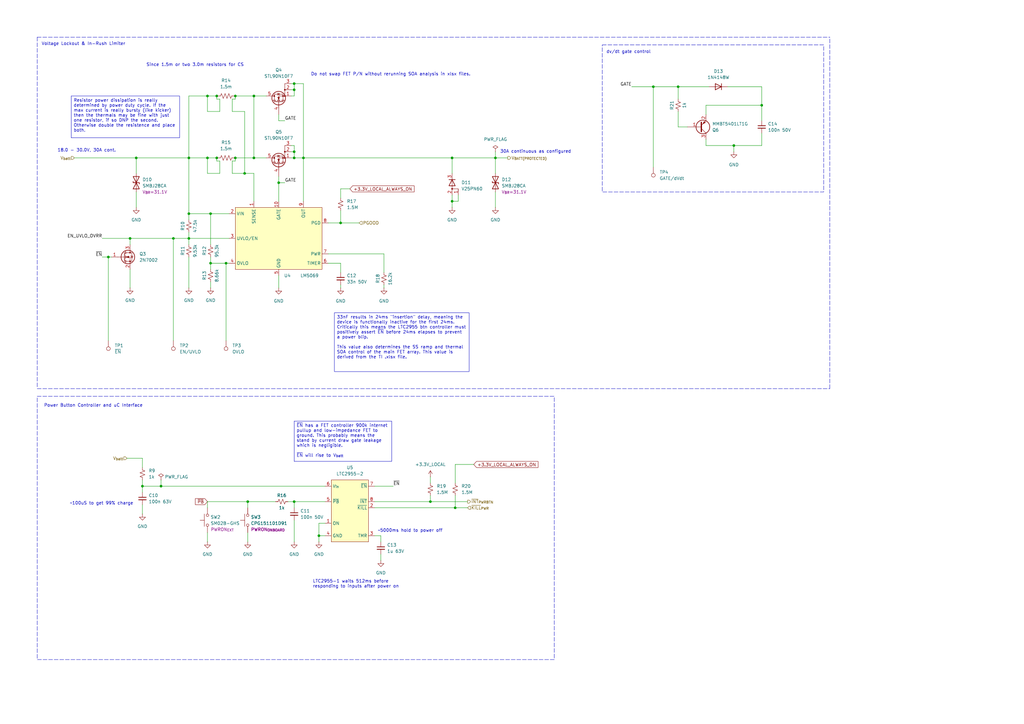
<source format=kicad_sch>
(kicad_sch (version 20231120) (generator "eeschema") (generator_version "8.0")
  (paper "A3")
  (title_block (title "Power Board") (date "2025-01-20") (rev "1.1") (company "SSL A-Team") (comment 1 "Will Stuckey"))
  (lib_symbols
    (symbol "AT-PowerIC:LM5069"
      (property "Reference" "U" (at -16.51 -14.224 0))
      (property "Value" "LM5069" (at 0 0 0))
      (symbol "LM5069_1_1"
        (rectangle (start -17.78 12.7) (end 17.78 -12.7) (fill (type background)))
        (pin input line (at -10.16 15.24 270) (length 2.54) (name "SENSE") (number "1"))
        (pin output line (at 0 15.24 270) (length 2.54) (name "GATE") (number "10"))
        (pin power_in line (at -20.32 10.16 0) (length 2.54) (name "VIN") (number "2"))
        (pin input line (at -20.32 0 0) (length 2.54) (name "UVLO/EN") (number "3"))
        (pin input line (at -20.32 -10.16 0) (length 2.54) (name "OVLO") (number "4"))
        (pin power_in line (at 0 -15.24 90) (length 2.54) (name "GND") (number "5"))
        (pin bidirectional line (at 20.32 -10.16 180) (length 2.54) (name "TIMER") (number "6"))
        (pin bidirectional line (at 20.32 -6.35 180) (length 2.54) (name "PWR") (number "7"))
        (pin open_collector line (at 20.32 6.35 180) (length 2.54) (name "PGD") (number "8"))
        (pin input line (at 10.16 15.24 270) (length 2.54) (name "OUT") (number "9"))
      )
    )
    (symbol "AT-PowerIC:LTC2955-2"
      (property "Reference" "U" (at 0 -13.97 0))
      (property "Value" "LTC2955-2" (at 0 13.97 0))
      (symbol "LTC2955-2_1_1"
        (rectangle (start -7.62 12.7) (end 7.62 -12.7) (fill (type background)))
        (pin input line (at -10.16 -5.08 0) (length 2.54) (name "ON") (number "1"))
        (pin input line (at 10.16 1.27 180) (length 2.54) (name "~{KILL}") (number "2"))
        (pin bidirectional line (at 10.16 -10.16 180) (length 2.54) (name "TMR") (number "3"))
        (pin power_in line (at -10.16 -10.16 0) (length 2.54) (name "GND") (number "4"))
        (pin input line (at -10.16 3.81 0) (length 2.54) (name "~{PB}") (number "5"))
        (pin power_in line (at -10.16 10.16 0) (length 2.54) (name "V_{in}") (number "6"))
        (pin power_out line (at 10.16 10.16 180) (length 2.54) (name "~{EN}") (number "7"))
        (pin output line (at 10.16 3.81 180) (length 2.54) (name "~{INT}") (number "8"))
      )
    )
    (symbol "AT-Transistors:Q_NMOS_SGD_PowerPAK" (pin_names (offset 0) hide)
      (property "Reference" "Q" (at 5.08 1.27 0))
      (property "Value" "Q_NMOS_SGD_PowerPAK" (at 5.08 -1.27 0))
      (symbol "Q_NMOS_SGD_PowerPAK_0_1"
        (polyline (pts (xy 0.254 0) (xy -2.54 0)))
        (polyline (pts (xy 0.254 1.905) (xy 0.254 -1.905)) (stroke (width 0.254)))
        (polyline (pts (xy 0.762 -1.27) (xy 0.762 -2.286)) (stroke (width 0.254)))
        (polyline (pts (xy 0.762 0.508) (xy 0.762 -0.508)) (stroke (width 0.254)))
        (polyline (pts (xy 0.762 2.286) (xy 0.762 1.27)) (stroke (width 0.254)))
        (polyline (pts (xy 2.54 2.54) (xy 2.54 1.778)))
        (polyline (pts (xy 7.62 -2.54) (xy 5.08 -2.54)) (stroke (width 0.1524)))
        (polyline (pts (xy 2.54 -2.54) (xy 2.54 0) (xy 0.762 0)))
        (polyline (pts (xy 5.08 -2.54) (xy 2.54 -2.54) (xy 3.81 -2.54)) (stroke (width 0.1524)))
        (polyline (pts (xy 0.762 -1.778) (xy 3.302 -1.778) (xy 3.302 1.778) (xy 0.762 1.778)))
        (polyline (pts (xy 1.016 0) (xy 2.032 0.381) (xy 2.032 -0.381) (xy 1.016 0)) (fill (type outline)))
        (polyline (pts (xy 2.794 0.508) (xy 2.921 0.381) (xy 3.683 0.381) (xy 3.81 0.254)))
        (polyline (pts (xy 3.302 0.381) (xy 2.921 -0.254) (xy 3.683 -0.254) (xy 3.302 0.381)))
        (circle (center 1.651 0) (radius 2.794) (stroke (width 0.254)))
        (circle (center 2.54 -2.54) (radius 0.254) (fill (type outline)))
        (circle (center 2.54 -1.778) (radius 0.254) (fill (type outline)))
        (circle (center 2.54 1.778) (radius 0.254) (fill (type outline)))
        (circle (center 5.08 -2.54) (radius 0.254) (fill (type outline)))
      )
      (symbol "Q_NMOS_SGD_PowerPAK_1_1"
        (pin passive line (at 2.54 -5.08 90) (length 2.54) (name "S") (number "1"))
        (pin passive line (at 5.08 -5.08 90) (length 2.54) (name "S") (number "2"))
        (pin passive line (at 7.62 -5.08 90) (length 2.54) (name "S") (number "3"))
        (pin input line (at -5.08 0 0) (length 5.08) (name "G") (number "4"))
        (pin passive line (at 2.54 5.08 270) (length 2.54) (name "D") (number "5"))
      )
    )
    (symbol "Connector:TestPoint" (pin_numbers hide) (pin_names (offset 0.762) hide)
      (property "Reference" "TP" (at 0 6.858 0))
      (property "Value" "TestPoint" (at 0 5.08 0))
      (symbol "TestPoint_0_1"
        (circle (center 0 3.302) (radius 0.762))
      )
      (symbol "TestPoint_1_1"
        (pin passive line (at 0 0 90) (length 2.54) (name "1") (number "1"))
      )
    )
    (symbol "Device:C_Small" (pin_numbers hide) (pin_names (offset 0.254) hide)
      (property "Reference" "C" (at 0.254 1.778 0))
      (property "Value" "C_Small" (at 0.254 -2.032 0))
      (symbol "C_Small_0_1"
        (polyline (pts (xy -1.524 -0.508) (xy 1.524 -0.508)) (stroke (width 0.3302)))
        (polyline (pts (xy -1.524 0.508) (xy 1.524 0.508)) (stroke (width 0.3048)))
      )
      (symbol "C_Small_1_1"
        (pin passive line (at 0 2.54 270) (length 2.032) (name "~") (number "1"))
        (pin passive line (at 0 -2.54 90) (length 2.032) (name "~") (number "2"))
      )
    )
    (symbol "Device:D_AAK" (pin_names (offset 0) hide)
      (property "Reference" "D" (at 0 2.54 0))
      (property "Value" "D_AAK" (at 0 -2.54 0))
      (symbol "D_AAK_0_1"
        (polyline (pts (xy -1.27 1.27) (xy -1.27 -1.27)) (stroke (width 0.254)))
        (polyline (pts (xy 1.27 1.27) (xy 1.27 -1.27) (xy -1.27 0) (xy 1.27 1.27)) (stroke (width 0.254)))
        (polyline (pts (xy 3.81 2.54) (xy 2.54 2.54) (xy 2.54 0) (xy -1.27 0)))
        (circle (center 2.54 0) (radius 0.254) (fill (type outline)))
      )
      (symbol "D_AAK_1_1"
        (pin passive line (at 5.08 2.54 180) (length 2.54) (name "A") (number "1"))
        (pin passive line (at 5.08 0 180) (length 2.54) (name "A") (number "2"))
        (pin passive line (at -3.81 0 0) (length 2.54) (name "K") (number "3"))
      )
    )
    (symbol "Device:D_TVS" (pin_numbers hide) (pin_names (offset 1.016) hide)
      (property "Reference" "D" (at 0 2.54 0))
      (property "Value" "D_TVS" (at 0 -2.54 0))
      (symbol "D_TVS_0_1"
        (polyline (pts (xy 1.27 0) (xy -1.27 0)))
        (polyline (pts (xy 0.508 1.27) (xy 0 1.27) (xy 0 -1.27) (xy -0.508 -1.27)) (stroke (width 0.254)))
        (polyline (pts (xy -2.54 1.27) (xy -2.54 -1.27) (xy 2.54 1.27) (xy 2.54 -1.27) (xy -2.54 1.27)) (stroke (width 0.254)))
      )
      (symbol "D_TVS_1_1"
        (pin passive line (at -3.81 0 0) (length 2.54) (name "A1") (number "1"))
        (pin passive line (at 3.81 0 180) (length 2.54) (name "A2") (number "2"))
      )
    )
    (symbol "Device:Q_PNP_BEC" (pin_names (offset 0) hide)
      (property "Reference" "Q" (at 5.08 1.27 0))
      (property "Value" "Q_PNP_BEC" (at 5.08 -1.27 0))
      (symbol "Q_PNP_BEC_0_1"
        (polyline (pts (xy 0.635 0.635) (xy 2.54 2.54)))
        (polyline (pts (xy 0.635 -0.635) (xy 2.54 -2.54) (xy 2.54 -2.54)))
        (polyline (pts (xy 0.635 1.905) (xy 0.635 -1.905) (xy 0.635 -1.905)) (stroke (width 0.508)))
        (polyline (pts (xy 2.286 -1.778) (xy 1.778 -2.286) (xy 1.27 -1.27) (xy 2.286 -1.778) (xy 2.286 -1.778)) (fill (type outline)))
        (circle (center 1.27 0) (radius 2.8194) (stroke (width 0.254)))
      )
      (symbol "Q_PNP_BEC_1_1"
        (pin input line (at -5.08 0 0) (length 5.715) (name "B") (number "1"))
        (pin passive line (at 2.54 -5.08 90) (length 2.54) (name "E") (number "2"))
        (pin passive line (at 2.54 5.08 270) (length 2.54) (name "C") (number "3"))
      )
    )
    (symbol "Device:R_Small_US" (pin_numbers hide) (pin_names (offset 0.254) hide)
      (property "Reference" "R" (at 0.762 0.508 0))
      (property "Value" "R_Small_US" (at 0.762 -1.016 0))
      (symbol "R_Small_US_1_1"
        (polyline (pts (xy 0 0) (xy 1.016 -0.381) (xy 0 -0.762) (xy -1.016 -1.143) (xy 0 -1.524)))
        (polyline (pts (xy 0 1.524) (xy 1.016 1.143) (xy 0 0.762) (xy -1.016 0.381) (xy 0 0)))
        (pin passive line (at 0 2.54 270) (length 1.016) (name "~") (number "1"))
        (pin passive line (at 0 -2.54 90) (length 1.016) (name "~") (number "2"))
      )
    )
    (symbol "Device:R_US" (pin_numbers hide) (pin_names (offset 0))
      (property "Reference" "R" (at 2.54 0 90))
      (property "Value" "R_US" (at -2.54 0 90))
      (symbol "R_US_0_1"
        (polyline (pts (xy 0 -2.286) (xy 0 -2.54)))
        (polyline (pts (xy 0 2.286) (xy 0 2.54)))
        (polyline (pts (xy 0 -0.762) (xy 1.016 -1.143) (xy 0 -1.524) (xy -1.016 -1.905) (xy 0 -2.286)))
        (polyline (pts (xy 0 0.762) (xy 1.016 0.381) (xy 0 0) (xy -1.016 -0.381) (xy 0 -0.762)))
        (polyline (pts (xy 0 2.286) (xy 1.016 1.905) (xy 0 1.524) (xy -1.016 1.143) (xy 0 0.762)))
      )
      (symbol "R_US_1_1"
        (pin passive line (at 0 3.81 270) (length 1.27) (name "~") (number "1"))
        (pin passive line (at 0 -3.81 90) (length 1.27) (name "~") (number "2"))
      )
    )
    (symbol "Diode:1N4148W" (pin_numbers hide) (pin_names hide)
      (property "Reference" "D" (at 0 2.54 0))
      (property "Value" "1N4148W" (at 0 -2.54 0))
      (symbol "1N4148W_0_1"
        (polyline (pts (xy -1.27 1.27) (xy -1.27 -1.27)) (stroke (width 0.254)))
        (polyline (pts (xy 1.27 0) (xy -1.27 0)))
        (polyline (pts (xy 1.27 1.27) (xy 1.27 -1.27) (xy -1.27 0) (xy 1.27 1.27)) (stroke (width 0.254)))
      )
      (symbol "1N4148W_1_1"
        (pin passive line (at -3.81 0 0) (length 2.54) (name "K") (number "1"))
        (pin passive line (at 3.81 0 180) (length 2.54) (name "A") (number "2"))
      )
    )
    (symbol "Switch:SW_Push" (pin_numbers hide) (pin_names (offset 1.016) hide)
      (property "Reference" "SW" (at 1.27 2.54 0))
      (property "Value" "SW_Push" (at 0 -1.524 0))
      (symbol "SW_Push_0_1"
        (circle (center -2.032 0) (radius 0.508))
        (polyline (pts (xy 0 1.27) (xy 0 3.048)))
        (polyline (pts (xy 2.54 1.27) (xy -2.54 1.27)))
        (circle (center 2.032 0) (radius 0.508))
        (pin passive line (at -5.08 0 0) (length 2.54) (name "1") (number "1"))
        (pin passive line (at 5.08 0 180) (length 2.54) (name "2") (number "2"))
      )
    )
    (symbol "Transistor_FET:2N7002" (pin_names hide)
      (property "Reference" "Q" (at 5.08 1.905 0))
      (property "Value" "2N7002" (at 5.08 0 0))
      (symbol "2N7002_0_1"
        (polyline (pts (xy 0.254 0) (xy -2.54 0)))
        (polyline (pts (xy 0.254 1.905) (xy 0.254 -1.905)) (stroke (width 0.254)))
        (polyline (pts (xy 0.762 -1.27) (xy 0.762 -2.286)) (stroke (width 0.254)))
        (polyline (pts (xy 0.762 0.508) (xy 0.762 -0.508)) (stroke (width 0.254)))
        (polyline (pts (xy 0.762 2.286) (xy 0.762 1.27)) (stroke (width 0.254)))
        (polyline (pts (xy 2.54 2.54) (xy 2.54 1.778)))
        (polyline (pts (xy 2.54 -2.54) (xy 2.54 0) (xy 0.762 0)))
        (polyline (pts (xy 0.762 -1.778) (xy 3.302 -1.778) (xy 3.302 1.778) (xy 0.762 1.778)))
        (polyline (pts (xy 1.016 0) (xy 2.032 0.381) (xy 2.032 -0.381) (xy 1.016 0)) (fill (type outline)))
        (polyline (pts (xy 2.794 0.508) (xy 2.921 0.381) (xy 3.683 0.381) (xy 3.81 0.254)))
        (polyline (pts (xy 3.302 0.381) (xy 2.921 -0.254) (xy 3.683 -0.254) (xy 3.302 0.381)))
        (circle (center 1.651 0) (radius 2.794) (stroke (width 0.254)))
        (circle (center 2.54 -1.778) (radius 0.254) (fill (type outline)))
        (circle (center 2.54 1.778) (radius 0.254) (fill (type outline)))
      )
      (symbol "2N7002_1_1"
        (pin input line (at -5.08 0 0) (length 2.54) (name "G") (number "1"))
        (pin passive line (at 2.54 -5.08 90) (length 2.54) (name "S") (number "2"))
        (pin passive line (at 2.54 5.08 270) (length 2.54) (name "D") (number "3"))
      )
    )
    (symbol "power:+3.3V" (power) (pin_numbers hide) (pin_names (offset 0) hide)
      (property "Value" "+3.3V" (at 0 3.556 0))
      (symbol "+3.3V_0_1"
        (polyline (pts (xy -0.762 1.27) (xy 0 2.54)))
        (polyline (pts (xy 0 0) (xy 0 2.54)))
        (polyline (pts (xy 0 2.54) (xy 0.762 1.27)))
      )
      (symbol "+3.3V_1_1"
        (pin power_in line (at 0 0 90) (length 0) (name "~") (number "1"))
      )
    )
    (symbol "power:GND" (power) (pin_numbers hide) (pin_names (offset 0) hide)
      (property "Value" "GND" (at 0 -3.81 0))
      (symbol "GND_0_1"
        (polyline (pts (xy 0 0) (xy 0 -1.27) (xy 1.27 -1.27) (xy 0 -2.54) (xy -1.27 -1.27) (xy 0 -1.27)))
      )
      (symbol "GND_1_1"
        (pin power_in line (at 0 0 270) (length 0) (name "~") (number "1"))
      )
    )
    (symbol "power:PWR_FLAG" (power) (pin_numbers hide) (pin_names (offset 0) hide)
      (property "Value" "PWR_FLAG" (at 0 3.81 0))
      (symbol "PWR_FLAG_0_0"
        (pin power_out line (at 0 0 90) (length 0) (name "pwr") (number "1"))
      )
      (symbol "PWR_FLAG_0_1"
        (polyline (pts (xy 0 0) (xy 0 1.27) (xy -1.016 1.905) (xy 0 2.54) (xy 1.016 1.905) (xy 0 1.27)))
      )
    )
  )
  (junction (at 120.65 64.77))
  (junction (at 100.33 71.12))
  (junction (at 85.09 39.37))
  (junction (at 120.65 36.83))
  (junction (at 66.04 199.39))
  (junction (at 267.97 35.56))
  (junction (at 86.36 107.95))
  (junction (at 101.6 205.74))
  (junction (at 104.14 39.37))
  (junction (at 55.88 64.77))
  (junction (at 85.09 64.77))
  (junction (at 203.2 64.77))
  (junction (at 312.42 43.18))
  (junction (at 58.42 199.39))
  (junction (at 176.53 205.74))
  (junction (at 300.99 59.69))
  (junction (at 130.81 219.71))
  (junction (at 44.45 105.41))
  (junction (at 96.52 64.77))
  (junction (at 88.9 39.37))
  (junction (at 77.47 64.77))
  (junction (at 104.14 64.77))
  (junction (at 114.3 74.93))
  (junction (at 96.52 39.37))
  (junction (at 120.65 62.23))
  (junction (at 120.65 34.29))
  (junction (at 120.65 205.74))
  (junction (at 71.12 97.79))
  (junction (at 278.13 35.56))
  (junction (at 92.71 107.95))
  (junction (at 77.47 87.63))
  (junction (at 185.42 82.55))
  (junction (at 139.7 91.44))
  (junction (at 88.9 64.77))
  (junction (at 77.47 97.79))
  (junction (at 86.36 87.63))
  (junction (at 185.42 64.77))
  (junction (at 124.46 64.77))
  (junction (at 186.69 208.28))
  (junction (at 53.34 97.79))
  (wire (pts (xy 85.09 205.74) (xy 101.6 205.74)))
  (wire (pts (xy 191.77 208.28) (xy 186.69 208.28)))
  (wire (pts (xy 157.48 104.14) (xy 134.62 104.14)))
  (wire (pts (xy 44.45 105.41) (xy 44.45 139.7)))
  (wire (pts (xy 85.09 39.37) (xy 88.9 39.37)))
  (wire (pts (xy 120.65 62.23) (xy 120.65 64.77)))
  (wire (pts (xy 114.3 74.93) (xy 116.84 74.93)))
  (wire (pts (xy 134.62 107.95) (xy 139.7 107.95)))
  (wire (pts (xy 259.08 35.56) (xy 267.97 35.56)))
  (wire (pts (xy 90.17 71.12) (xy 85.09 71.12)))
  (wire (pts (xy 312.42 35.56) (xy 312.42 43.18)))
  (wire (pts (xy 114.3 113.03) (xy 114.3 118.11)))
  (wire (pts (xy 118.11 205.74) (xy 120.65 205.74)))
  (wire (pts (xy 119.38 34.29) (xy 120.65 34.29)))
  (wire (pts (xy 185.42 80.01) (xy 185.42 82.55)))
  (wire (pts (xy 95.25 66.04) (xy 95.25 71.12)))
  (wire (pts (xy 130.81 219.71) (xy 130.81 214.63)))
  (wire (pts (xy 96.52 64.77) (xy 104.14 64.77)))
  (wire (pts (xy 101.6 218.44) (xy 101.6 222.25)))
  (wire (pts (xy 267.97 35.56) (xy 278.13 35.56)))
  (wire (pts (xy 139.7 86.36) (xy 139.7 91.44)))
  (wire (pts (xy 120.65 205.74) (xy 120.65 208.28)))
  (wire (pts (xy 55.88 64.77) (xy 55.88 71.12)))
  (wire (pts (xy 278.13 35.56) (xy 290.83 35.56)))
  (wire (pts (xy 95.25 40.64) (xy 95.25 45.72)))
  (wire (pts (xy 77.47 97.79) (xy 93.98 97.79)))
  (wire (pts (xy 176.53 203.2) (xy 176.53 205.74)))
  (wire (pts (xy 77.47 87.63) (xy 86.36 87.63)))
  (wire (pts (xy 130.81 222.25) (xy 130.81 219.71)))
  (wire (pts (xy 104.14 39.37) (xy 109.22 39.37)))
  (wire (pts (xy 86.36 115.57) (xy 86.36 118.11)))
  (wire (pts (xy 300.99 59.69) (xy 289.56 59.69)))
  (wire (pts (xy 278.13 45.72) (xy 278.13 52.07)))
  (wire (pts (xy 77.47 105.41) (xy 77.47 118.11)))
  (wire (pts (xy 120.65 34.29) (xy 124.46 34.29)))
  (wire (pts (xy 298.45 35.56) (xy 312.42 35.56)))
  (wire (pts (xy 58.42 207.01) (xy 58.42 210.82)))
  (wire (pts (xy 95.25 66.04) (xy 96.52 66.04)))
  (wire (pts (xy 90.17 66.04) (xy 88.9 66.04)))
  (wire (pts (xy 96.52 64.77) (xy 96.52 66.04)))
  (wire (pts (xy 58.42 196.85) (xy 58.42 199.39)))
  (wire (pts (xy 85.09 205.74) (xy 85.09 208.28)))
  (wire (pts (xy 77.47 39.37) (xy 77.47 64.77)))
  (wire (pts (xy 85.09 218.44) (xy 85.09 222.25)))
  (wire (pts (xy 114.3 46.99) (xy 114.3 49.53)))
  (wire (pts (xy 120.65 36.83) (xy 120.65 39.37)))
  (wire (pts (xy 119.38 36.83) (xy 120.65 36.83)))
  (wire (pts (xy 55.88 64.77) (xy 77.47 64.77)))
  (wire (pts (xy 90.17 40.64) (xy 88.9 40.64)))
  (wire (pts (xy 157.48 111.76) (xy 157.48 104.14)))
  (wire (pts (xy 114.3 72.39) (xy 114.3 74.93)))
  (wire (pts (xy 77.47 64.77) (xy 85.09 64.77)))
  (wire (pts (xy 90.17 66.04) (xy 90.17 71.12)))
  (wire (pts (xy 58.42 187.96) (xy 58.42 191.77)))
  (wire (pts (xy 71.12 97.79) (xy 71.12 139.7)))
  (wire (pts (xy 114.3 74.93) (xy 114.3 82.55)))
  (wire (pts (xy 86.36 107.95) (xy 92.71 107.95)))
  (wire (pts (xy 85.09 39.37) (xy 77.47 39.37)))
  (wire (pts (xy 86.36 107.95) (xy 86.36 110.49)))
  (wire (pts (xy 153.67 208.28) (xy 186.69 208.28)))
  (wire (pts (xy 30.48 64.77) (xy 55.88 64.77)))
  (wire (pts (xy 124.46 34.29) (xy 124.46 64.77)))
  (wire (pts (xy 101.6 205.74) (xy 113.03 205.74)))
  (wire (pts (xy 130.81 214.63) (xy 133.35 214.63)))
  (wire (pts (xy 139.7 77.47) (xy 143.51 77.47)))
  (wire (pts (xy 203.2 78.74) (xy 203.2 85.09)))
  (wire (pts (xy 90.17 45.72) (xy 85.09 45.72)))
  (wire (pts (xy 55.88 78.74) (xy 55.88 85.09)))
  (wire (pts (xy 100.33 71.12) (xy 104.14 71.12)))
  (wire (pts (xy 92.71 107.95) (xy 93.98 107.95)))
  (wire (pts (xy 289.56 59.69) (xy 289.56 57.15)))
  (polyline (pts (xy 15.24 15.24) (xy 15.24 158.75)) (stroke (width 0) (type dash)))
  (wire (pts (xy 203.2 62.23) (xy 203.2 64.77)))
  (polyline (pts (xy 15.24 15.24) (xy 340.36 15.24)) (stroke (width 0) (type dash)))
  (wire (pts (xy 52.07 187.96) (xy 58.42 187.96)))
  (wire (pts (xy 88.9 39.37) (xy 88.9 40.64)))
  (wire (pts (xy 186.69 190.5) (xy 186.69 198.12)))
  (wire (pts (xy 156.21 219.71) (xy 153.67 219.71)))
  (wire (pts (xy 104.14 64.77) (xy 109.22 64.77)))
  (wire (pts (xy 267.97 35.56) (xy 267.97 68.58)))
  (wire (pts (xy 312.42 54.61) (xy 312.42 59.69)))
  (polyline (pts (xy 340.36 159.385) (xy 340.36 15.24)) (stroke (width 0) (type dash)))
  (wire (pts (xy 88.9 66.04) (xy 88.9 64.77)))
  (wire (pts (xy 120.65 205.74) (xy 133.35 205.74)))
  (wire (pts (xy 41.91 105.41) (xy 44.45 105.41)))
  (wire (pts (xy 77.47 87.63) (xy 77.47 64.77)))
  (wire (pts (xy 289.56 46.99) (xy 289.56 43.18)))
  (wire (pts (xy 96.52 39.37) (xy 96.52 40.64)))
  (wire (pts (xy 157.48 116.84) (xy 157.48 118.11)))
  (wire (pts (xy 85.09 45.72) (xy 85.09 39.37)))
  (wire (pts (xy 139.7 107.95) (xy 139.7 111.76)))
  (wire (pts (xy 104.14 39.37) (xy 104.14 64.77)))
  (wire (pts (xy 86.36 87.63) (xy 86.36 100.33)))
  (wire (pts (xy 85.09 64.77) (xy 88.9 64.77)))
  (wire (pts (xy 53.34 97.79) (xy 53.34 100.33)))
  (wire (pts (xy 120.65 213.36) (xy 120.65 222.25)))
  (wire (pts (xy 41.91 97.79) (xy 53.34 97.79)))
  (wire (pts (xy 203.2 64.77) (xy 203.2 71.12)))
  (wire (pts (xy 100.33 45.72) (xy 100.33 71.12)))
  (wire (pts (xy 120.65 64.77) (xy 124.46 64.77)))
  (wire (pts (xy 139.7 116.84) (xy 139.7 118.11)))
  (wire (pts (xy 278.13 52.07) (xy 281.94 52.07)))
  (wire (pts (xy 289.56 43.18) (xy 312.42 43.18)))
  (wire (pts (xy 53.34 97.79) (xy 71.12 97.79)))
  (wire (pts (xy 186.69 203.2) (xy 186.69 208.28)))
  (wire (pts (xy 71.12 97.79) (xy 77.47 97.79)))
  (wire (pts (xy 156.21 222.25) (xy 156.21 219.71)))
  (wire (pts (xy 77.47 97.79) (xy 77.47 100.33)))
  (wire (pts (xy 120.65 59.69) (xy 120.65 62.23)))
  (wire (pts (xy 139.7 91.44) (xy 147.32 91.44)))
  (wire (pts (xy 203.2 64.77) (xy 208.28 64.77)))
  (polyline (pts (xy 15.24 159.385) (xy 340.36 159.385)) (stroke (width 0) (type dash)))
  (wire (pts (xy 153.67 205.74) (xy 176.53 205.74)))
  (wire (pts (xy 92.71 107.95) (xy 92.71 139.7)))
  (wire (pts (xy 124.46 64.77) (xy 124.46 82.55)))
  (wire (pts (xy 185.42 64.77) (xy 185.42 71.12)))
  (wire (pts (xy 44.45 105.41) (xy 45.72 105.41)))
  (wire (pts (xy 300.99 59.69) (xy 300.99 62.23)))
  (wire (pts (xy 186.69 190.5) (xy 194.31 190.5)))
  (wire (pts (xy 58.42 199.39) (xy 58.42 201.93)))
  (wire (pts (xy 95.25 71.12) (xy 100.33 71.12)))
  (wire (pts (xy 119.38 59.69) (xy 120.65 59.69)))
  (wire (pts (xy 176.53 205.74) (xy 191.77 205.74)))
  (wire (pts (xy 77.47 95.25) (xy 77.47 97.79)))
  (wire (pts (xy 134.62 91.44) (xy 139.7 91.44)))
  (wire (pts (xy 85.09 71.12) (xy 85.09 64.77)))
  (wire (pts (xy 86.36 87.63) (xy 93.98 87.63)))
  (wire (pts (xy 53.34 110.49) (xy 53.34 118.11)))
  (wire (pts (xy 95.25 40.64) (xy 96.52 40.64)))
  (wire (pts (xy 66.04 199.39) (xy 133.35 199.39)))
  (wire (pts (xy 156.21 227.33) (xy 156.21 229.87)))
  (wire (pts (xy 104.14 71.12) (xy 104.14 82.55)))
  (wire (pts (xy 119.38 64.77) (xy 120.65 64.77)))
  (wire (pts (xy 120.65 34.29) (xy 120.65 36.83)))
  (wire (pts (xy 139.7 77.47) (xy 139.7 81.28)))
  (wire (pts (xy 153.67 199.39) (xy 161.29 199.39)))
  (wire (pts (xy 300.99 59.69) (xy 312.42 59.69)))
  (wire (pts (xy 119.38 62.23) (xy 120.65 62.23)))
  (wire (pts (xy 130.81 219.71) (xy 133.35 219.71)))
  (wire (pts (xy 101.6 205.74) (xy 101.6 208.28)))
  (wire (pts (xy 119.38 39.37) (xy 120.65 39.37)))
  (wire (pts (xy 114.3 49.53) (xy 116.84 49.53)))
  (wire (pts (xy 187.96 80.01) (xy 187.96 82.55)))
  (wire (pts (xy 185.42 64.77) (xy 203.2 64.77)))
  (wire (pts (xy 96.52 39.37) (xy 104.14 39.37)))
  (wire (pts (xy 312.42 43.18) (xy 312.42 49.53)))
  (wire (pts (xy 58.42 199.39) (xy 66.04 199.39)))
  (wire (pts (xy 124.46 64.77) (xy 185.42 64.77)))
  (wire (pts (xy 95.25 45.72) (xy 100.33 45.72)))
  (wire (pts (xy 176.53 195.58) (xy 176.53 198.12)))
  (wire (pts (xy 86.36 105.41) (xy 86.36 107.95)))
  (wire (pts (xy 185.42 82.55) (xy 185.42 85.09)))
  (wire (pts (xy 90.17 40.64) (xy 90.17 45.72)))
  (wire (pts (xy 278.13 40.64) (xy 278.13 35.56)))
  (wire (pts (xy 185.42 82.55) (xy 187.96 82.55)))
  (wire (pts (xy 77.47 87.63) (xy 77.47 90.17)))
  (wire (pts (xy 66.04 196.85) (xy 66.04 199.39)))
  (rectangle (start 247.015 18.415) (end 337.82 78.74) (stroke (width 0) (type dash)))
  (rectangle (start 15.24 162.56) (end 227.33 270.51) (stroke (width 0) (type dash)))
  (text_box "~{EN} has a FET controller 900k internet pullup and low-impedance FET to ground. This probably means the stand by current draw gate leakage which is negligible.\n\n~{EN} will rise to V_{batt}" (at 120.65 172.72 0) (size 40.005 16.51) (effects (font (size 1.27 1.27)) (justify left top)))
  (text_box "Resistor power dissipation is really determined by power duty cycle. If the max current is really bursty (like kicker) then the thermals may be fine with just one resistor, if so DNP the second. Otherwise double the resistence and place both." (at 29.21 39.37 0) (size 44.45 17.145) (effects (font (size 1.27 1.27)) (justify left top)))
  (text_box "33nF results in 24ms \"insertion\" delay, meaning the device is functionally inactive for the first 24ms. Critically this means the LTC2955 btn controller must positively assert ~{EN} before 24ms elapses to prevent a power blip.\n\nThis value also determines the SS ramp and thermal SOA control of the main FET array. This value is derived from the TI .xlsx file. " (at 137.16 128.27 0) (size 55.245 24.13) (effects (font (size 1.27 1.27)) (justify left top)))
  (text "18.0 - 30.0V, 30A cont." (at 35.56 61.722 0) (effects (font (size 1.27 1.27))))
  (text "30A continuous as configured" (at 219.71 62.23 0) (effects (font (size 1.27 1.27))))
  (text "Voltage Lockout & In-Rush Limiter" (at 17.018 18.796 0) (effects (font (size 1.27 1.27)) (justify left bottom)))
  (text "Since 1.5m or two 3.0m resistors for CS" (at 80.01 26.67 0) (effects (font (size 1.27 1.27))))
  (text "~5000ms hold to power off\n" (at 154.94 218.44 0) (effects (font (size 1.27 1.27)) (justify left bottom)))
  (text "dv/dt gate control" (at 257.81 21.336 0) (effects (font (size 1.27 1.27))))
  (text "LTC2955-1 waits 512ms before\nresponding to inputs after power on" (at 128.27 241.3 0) (effects (font (size 1.27 1.27)) (justify left bottom)))
  (text "Power Button Controller and uC Interface" (at 18.034 167.132 0) (effects (font (size 1.27 1.27)) (justify left bottom)))
  (text "Do not swap FET P/N without rerunning SOA analysis in xlsx files." (at 127.508 31.242 0) (effects (font (size 1.27 1.27)) (justify left bottom)))
  (text "~100uS to get 99% charge" (at 41.656 206.502 0) (effects (font (size 1.27 1.27))))
  (label "GATE" (at 116.84 49.53 0))
  (label "~{EN}" (at 161.29 199.39 0))
  (label "EN_UVLO_OVRR" (at 41.91 97.79 180))
  (label "GATE" (at 116.84 74.93 0))
  (label "GATE" (at 259.08 35.56 180))
  (label "~{EN}" (at 41.91 105.41 180))
  (global_label "+3.3V_LOCAL_ALWAYS_ON" (shape input) (at 143.51 77.47 0) (property "Intersheetrefs" "${INTERSHEET_REFS}" (effects (hide yes))))
  (global_label "~{PB}" (shape input) (at 85.09 205.74 180) (property "Intersheetrefs" "${INTERSHEET_REFS}" (effects (hide yes))))
  (global_label "+3.3V_LOCAL_ALWAYS_ON" (shape input) (at 194.31 190.5 0) (property "Intersheetrefs" "${INTERSHEET_REFS}" (effects (hide yes))))
  (hierarchical_label "~{KILL}_{PWR}" (shape input) (at 191.77 208.28 0))
  (hierarchical_label "V_{batt}" (shape input) (at 52.07 187.96 180))
  (hierarchical_label "V_{batt}" (shape input) (at 30.48 64.77 180))
  (hierarchical_label "~{INT}_{PWRBTN}" (shape output) (at 191.77 205.74 0))
  (hierarchical_label "V_{BATT(PROTECTED)}" (shape output) (at 208.28 64.77 0))
  (hierarchical_label "PGOOD" (shape input) (at 147.32 91.44 0))
  (symbol (lib_id "Diode:1N4148W") (at 294.64 35.56 180) (unit 1)
    (property "Reference" "D13" (at 294.64 29.21 0))
    (property "Value" "1N4148W" (at 294.64 31.75 0))
    (property "Footprint" "Diode_SMD:D_SOD-123" (effects (hide yes)))
    (property "Datasheet" "https://www.vishay.com/docs/85748/1n4148w.pdf" (effects (hide yes)))
    (property "Description" "75V 0.15A Fast Switching Diode, SOD-123" (effects (hide yes)))
    (property "Sim.Device" "D" (effects (hide yes)))
    (property "Sim.Pins" "1=K 2=A" (effects (hide yes)))
    (property "LCSC" "C83528" (effects (hide yes)))
  )
  (symbol (lib_id "AT-Transistors:Q_NMOS_SGD_PowerPAK") (at 114.3 67.31 90) (unit 1)
    (property "Reference" "Q5" (at 114.3 54.102 90))
    (property "Value" "STL90N10F7" (at 114.3 56.642 90))
    (property "Footprint" "AT-Discrete:PowerFLAT_5x6" (effects (hide yes)))
    (property "LCSC" "C457493" (effects (hide yes)))
  )
  (symbol (lib_id "power:GND") (at 120.65 222.25 0) (unit 1)
    (property "Reference" "#PWR045" (effects (hide yes)))
    (property "Value" "GND" (at 120.65 227.33 0))
  )
  (symbol (lib_id "Switch:SW_Push") (at 101.6 213.36 90) (unit 1)
    (property "Reference" "SW3" (at 102.87 212.09 90) (effects (justify right)))
    (property "Value" "CPG151101D91" (at 102.87 214.63 90) (effects (justify right)))
    (property "Footprint" "Button_Switch_SMD:SW_SPST_TL3305A" (effects (hide yes)))
    (property "Value2" "PWRON_{ONBOARD}" (at 102.87 217.17 90) (effects (justify right)))
    (property "LCSC" "C2886902" (effects (hide yes)))
  )
  (symbol (lib_id "power:GND") (at 85.09 222.25 0) (unit 1)
    (property "Reference" "#PWR041" (effects (hide yes)))
    (property "Value" "GND" (at 85.09 227.33 0))
  )
  (symbol (lib_id "power:GND") (at 185.42 85.09 0) (unit 1)
    (property "Reference" "#PWR051" (effects (hide yes)))
    (property "Value" "GND" (at 185.42 90.17 0))
    (property "Description" "Power symbol creates a global label with name \"GND\" , ground" (effects (hide yes)))
  )
  (symbol (lib_id "Device:C_Small") (at 312.42 52.07 0) (unit 1)
    (property "Reference" "C14" (at 314.96 50.8062 0) (effects (justify left)))
    (property "Value" "100n 50V" (at 314.96 53.3462 0) (effects (justify left)))
    (property "Footprint" "Capacitor_SMD:C_0402_1005Metric" (effects (hide yes)))
    (property "LCSC" "C162178" (effects (hide yes)))
  )
  (symbol (lib_id "power:GND") (at 114.3 118.11 0) (unit 1)
    (property "Reference" "#PWR044" (effects (hide yes)))
    (property "Value" "GND" (at 114.3 123.444 0))
  )
  (symbol (lib_id "Device:R_Small_US") (at 186.69 200.66 0) (unit 1)
    (property "Reference" "R20" (at 189.23 199.3899 0) (effects (justify left)))
    (property "Value" "1.5M" (at 189.23 201.9299 0) (effects (justify left)))
    (property "Footprint" "Resistor_SMD:R_0402_1005Metric" (effects (hide yes)))
    (property "LCSC" "C138034" (effects (hide yes)))
  )
  (symbol (lib_id "Device:R_Small_US") (at 115.57 205.74 270) (unit 1)
    (property "Reference" "R16" (at 115.57 203.2 90))
    (property "Value" "1k" (at 115.57 208.28 90))
    (property "Footprint" "Resistor_SMD:R_0402_1005Metric" (effects (hide yes)))
    (property "LCSC" "C11702" (effects (hide yes)))
  )
  (symbol (lib_id "power:GND") (at 77.47 118.11 0) (unit 1)
    (property "Reference" "#PWR040" (effects (hide yes)))
    (property "Value" "GND" (at 77.47 123.19 0))
  )
  (symbol (lib_id "Device:C_Small") (at 120.65 210.82 0) (unit 1)
    (property "Reference" "C11" (at 123.19 209.5562 0) (effects (justify left)))
    (property "Value" "100n 50V" (at 123.19 212.0962 0) (effects (justify left)))
    (property "Footprint" "Capacitor_SMD:C_0402_1005Metric" (effects (hide yes)))
    (property "LCSC" "C162178" (effects (hide yes)))
  )
  (symbol (lib_id "Device:R_Small_US") (at 278.13 43.18 0) (unit 1)
    (property "Reference" "R21" (at 275.59 43.18 90))
    (property "Value" "1k" (at 280.67 43.18 90))
    (property "Footprint" "Resistor_SMD:R_0402_1005Metric" (effects (hide yes)))
    (property "LCSC" "C11702" (effects (hide yes)))
  )
  (symbol (lib_id "power:GND") (at 53.34 118.11 0) (unit 1)
    (property "Reference" "#PWR037" (effects (hide yes)))
    (property "Value" "GND" (at 53.34 123.19 0))
  )
  (symbol (lib_id "Connector:TestPoint") (at 92.71 139.7 180) (unit 1)
    (property "Reference" "TP3" (at 95.25 141.7319 0) (effects (justify right)))
    (property "Value" "OVLO" (at 95.25 144.2719 0) (effects (justify right)))
    (property "Footprint" "TestPoint:TestPoint_Pad_D2.5mm" (effects (hide yes)))
    (property "Description" "test point" (effects (hide yes)))
  )
  (symbol (lib_id "AT-PowerIC:LM5069") (at 114.3 97.79 0) (unit 1)
    (property "Reference" "U4" (at 116.4941 113.03 0) (effects (justify left)))
    (property "Value" "LM5069" (at 123.19 113.03 0) (effects (justify left)))
    (property "Footprint" "Package_SO:VSSOP-10_3x3mm_P0.5mm" (effects (hide yes)))
    (property "LCSC" "C2653582" (effects (hide yes)))
  )
  (symbol (lib_id "power:+3.3V") (at 176.53 195.58 0) (unit 1)
    (property "Reference" "#PWR050" (effects (hide yes)))
    (property "Value" "+3.3V_LOCAL" (at 176.53 190.5 0))
    (property "Description" "Power symbol creates a global label with name \"+3.3V\"" (effects (hide yes)))
  )
  (symbol (lib_id "power:PWR_FLAG") (at 66.04 196.85 0) (unit 1)
    (property "Reference" "#FLG01" (effects (hide yes)))
    (property "Value" "PWR_FLAG" (at 72.39 195.58 0))
  )
  (symbol (lib_id "Device:R_Small_US") (at 77.47 102.87 0) (unit 1)
    (property "Reference" "R11" (at 74.93 102.87 90))
    (property "Value" "9.53k" (at 80.01 102.87 90))
    (property "Footprint" "Resistor_SMD:R_0402_1005Metric" (effects (hide yes)))
    (property "LCSC" "C96273" (effects (hide yes)))
  )
  (symbol (lib_id "Connector:TestPoint") (at 267.97 68.58 180) (unit 1)
    (property "Reference" "TP4" (at 270.51 70.6119 0) (effects (justify right)))
    (property "Value" "GATE/dVdt" (at 270.51 73.1519 0) (effects (justify right)))
    (property "Footprint" "TestPoint:TestPoint_Pad_D2.5mm" (effects (hide yes)))
    (property "Description" "test point" (effects (hide yes)))
  )
  (symbol (lib_id "AT-Transistors:Q_NMOS_SGD_PowerPAK") (at 114.3 41.91 90) (unit 1)
    (property "Reference" "Q4" (at 114.3 28.702 90))
    (property "Value" "STL90N10F7" (at 114.3 31.242 90))
    (property "Footprint" "AT-Discrete:PowerFLAT_5x6" (effects (hide yes)))
    (property "LCSC" "C457493" (effects (hide yes)))
  )
  (symbol (lib_id "power:GND") (at 139.7 118.11 0) (unit 1)
    (property "Reference" "#PWR047" (effects (hide yes)))
    (property "Value" "GND" (at 139.7 123.444 0))
  )
  (symbol (lib_id "Device:R_Small_US") (at 86.36 113.03 0) (unit 1)
    (property "Reference" "R13" (at 83.82 113.03 90))
    (property "Value" "8.66k" (at 88.9 113.03 90))
    (property "Footprint" "Resistor_SMD:R_0402_1005Metric" (effects (hide yes)))
    (property "LCSC" "C270576" (effects (hide yes)))
  )
  (symbol (lib_id "power:GND") (at 58.42 210.82 0) (unit 1)
    (property "Reference" "#PWR039" (effects (hide yes)))
    (property "Value" "GND" (at 58.42 215.9 0))
  )
  (symbol (lib_id "Device:R_Small_US") (at 139.7 83.82 0) (unit 1)
    (property "Reference" "R17" (at 142.24 82.5499 0) (effects (justify left)))
    (property "Value" "1.5M" (at 142.24 85.0899 0) (effects (justify left)))
    (property "Footprint" "Resistor_SMD:R_0402_1005Metric" (effects (hide yes)))
    (property "LCSC" "C138034" (effects (hide yes)))
  )
  (symbol (lib_id "Device:R_Small_US") (at 86.36 102.87 0) (unit 1)
    (property "Reference" "R12" (at 83.82 102.87 90))
    (property "Value" "95.3k" (at 88.9 102.87 90))
    (property "Footprint" "Resistor_SMD:R_0402_1005Metric" (effects (hide yes)))
    (property "LCSC" "C26990" (effects (hide yes)))
  )
  (symbol (lib_id "AT-PowerIC:LTC2955-2") (at 143.51 209.55 0) (unit 1)
    (property "Reference" "U5" (at 143.51 191.77 0))
    (property "Value" "LTC2955-2" (at 143.51 194.31 0))
    (property "Footprint" "Package_TO_SOT_SMD:TSOT-23-8_HandSoldering" (effects (hide yes)))
    (property "Datasheet" "https://www.analog.com/media/en/technical-documentation/data-sheets/2955fa.pdf" (effects (hide yes)))
    (property "Description" "micropower , pushbutton on/off controller, 40V" (effects (hide yes)))
    (property "LCSC" "C683797" (effects (hide yes)))
  )
  (symbol (lib_id "Device:D_AAK") (at 185.42 74.93 270) (unit 1)
    (property "Reference" "D11" (at 189.23 74.8664 90) (effects (justify left)))
    (property "Value" "V25PN60" (at 189.23 77.4064 90) (effects (justify left)))
    (property "Footprint" "Package_TO_SOT_SMD:TO-277A" (effects (hide yes)))
    (property "Description" "Diode, anode on pins 1 and 2" (effects (hide yes)))
    (property "LCSC" "C241918" (effects (hide yes)))
  )
  (symbol (lib_id "Device:R_US") (at 92.71 39.37 90) (unit 1)
    (property "Reference" "R14" (at 92.71 33.02 90))
    (property "Value" "1.5m" (at 92.71 35.56 90))
    (property "Footprint" "Resistor_SMD:R_2512_6332Metric" (effects (hide yes)))
    (property "Datasheet" "WSLF25121L500FEA" (effects (hide yes)))
    (property "Description" "Resistor, US symbol" (effects (hide yes)))
    (property "LCSC" "C500737" (effects (hide yes)))
  )
  (symbol (lib_id "power:GND") (at 101.6 222.25 0) (unit 1)
    (property "Reference" "#PWR043" (effects (hide yes)))
    (property "Value" "GND" (at 101.6 227.33 0))
  )
  (symbol (lib_id "Device:R_US") (at 92.71 64.77 90) (unit 1)
    (property "Reference" "R15" (at 92.71 58.42 90))
    (property "Value" "1.5m" (at 92.71 60.96 90))
    (property "Footprint" "Resistor_SMD:R_2512_6332Metric" (effects (hide yes)))
    (property "Datasheet" "WSLF25121L500FEA" (effects (hide yes)))
    (property "Description" "Resistor, US symbol" (effects (hide yes)))
    (property "LCSC" "C500737" (effects (hide yes)))
  )
  (symbol (lib_id "power:GND") (at 86.36 118.11 0) (unit 1)
    (property "Reference" "#PWR042" (effects (hide yes)))
    (property "Value" "GND" (at 86.36 123.19 0))
  )
  (symbol (lib_id "power:GND") (at 156.21 229.87 0) (unit 1)
    (property "Reference" "#PWR048" (effects (hide yes)))
    (property "Value" "GND" (at 156.21 234.95 0))
  )
  (symbol (lib_id "Device:C_Small") (at 139.7 114.3 0) (unit 1)
    (property "Reference" "C12" (at 142.24 113.0362 0) (effects (justify left)))
    (property "Value" "33n 50V" (at 142.24 115.5762 0) (effects (justify left)))
    (property "Footprint" "Capacitor_SMD:C_0402_1005Metric" (effects (hide yes)))
    (property "LCSC" "C415530" (effects (hide yes)))
  )
  (symbol (lib_id "power:GND") (at 130.81 222.25 0) (unit 1)
    (property "Reference" "#PWR046" (effects (hide yes)))
    (property "Value" "GND" (at 130.81 227.33 0))
  )
  (symbol (lib_id "power:GND") (at 300.99 62.23 0) (unit 1)
    (property "Reference" "#PWR053" (effects (hide yes)))
    (property "Value" "GND" (at 300.99 67.564 0))
  )
  (symbol (lib_id "Device:R_Small_US") (at 157.48 114.3 0) (unit 1)
    (property "Reference" "R18" (at 154.94 114.3 90))
    (property "Value" "16.2k" (at 160.02 114.3 90))
    (property "Footprint" "Resistor_SMD:R_0402_1005Metric" (effects (hide yes)))
    (property "LCSC" "C27176" (effects (hide yes)))
  )
  (symbol (lib_id "Device:R_Small_US") (at 77.47 92.71 0) (unit 1)
    (property "Reference" "R10" (at 74.93 92.71 90))
    (property "Value" "47.5k" (at 80.01 92.71 90))
    (property "Footprint" "Resistor_SMD:R_0402_1005Metric" (effects (hide yes)))
    (property "LCSC" "C25896" (effects (hide yes)))
  )
  (symbol (lib_id "Device:C_Small") (at 156.21 224.79 0) (unit 1)
    (property "Reference" "C13" (at 158.75 223.5262 0) (effects (justify left)))
    (property "Value" "1u 63V" (at 158.75 226.0662 0) (effects (justify left)))
    (property "Footprint" "Capacitor_SMD:C_1206_3216Metric" (effects (hide yes)))
    (property "LCSC" "C1848" (effects (hide yes)))
  )
  (symbol (lib_id "Connector:TestPoint") (at 44.45 139.7 180) (unit 1)
    (property "Reference" "TP1" (at 46.99 141.7319 0) (effects (justify right)))
    (property "Value" "~{EN}" (at 46.99 144.2719 0) (effects (justify right)))
    (property "Footprint" "TestPoint:TestPoint_Pad_D2.5mm" (effects (hide yes)))
    (property "Description" "test point" (effects (hide yes)))
  )
  (symbol (lib_id "Connector:TestPoint") (at 71.12 139.7 180) (unit 1)
    (property "Reference" "TP2" (at 73.66 141.7319 0) (effects (justify right)))
    (property "Value" "EN/UVLO" (at 73.66 144.2719 0) (effects (justify right)))
    (property "Footprint" "TestPoint:TestPoint_Pad_D2.5mm" (effects (hide yes)))
    (property "Description" "test point" (effects (hide yes)))
  )
  (symbol (lib_id "Device:R_Small_US") (at 58.42 194.31 180) (unit 1)
    (property "Reference" "R9" (at 60.96 193.0399 0) (effects (justify right)))
    (property "Value" "1k" (at 60.96 195.5799 0) (effects (justify right)))
    (property "Footprint" "Resistor_SMD:R_0402_1005Metric" (effects (hide yes)))
    (property "LCSC" "C11702" (effects (hide yes)))
  )
  (symbol (lib_id "Device:D_TVS") (at 203.2 74.93 90) (unit 1)
    (property "Reference" "D12" (at 205.74 73.6599 90) (effects (justify right)))
    (property "Value" "SMBJ28CA" (at 205.74 76.2 90) (effects (justify right)))
    (property "Footprint" "AT-Discrete:D_SMB_Non-Polar" (effects (hide yes)))
    (property "V_{BR}" "V_{BR}=31.1V" (at 210.82 78.74 90))
    (property "V_{BR}_min" "V_{BR}_min=28.0" (effects (hide yes)))
    (property "V_{BR}_max" "V_{BR}_max=34.4" (effects (hide yes)))
    (property "LCSC" "C78417" (effects (hide yes)))
  )
  (symbol (lib_id "Transistor_FET:2N7002") (at 50.8 105.41 0) (unit 1)
    (property "Reference" "Q3" (at 57.15 104.1399 0) (effects (justify left)))
    (property "Value" "2N7002" (at 57.15 106.6799 0) (effects (justify left)))
    (property "Footprint" "Package_TO_SOT_SMD:SOT-23" (effects (hide yes)))
    (property "Datasheet" "https://www.onsemi.com/pub/Collateral/NDS7002A-D.PDF" (effects (hide yes)))
    (property "Description" "0.115A Id, 60V Vds, N-Channel MOSFET, SOT-23" (effects (hide yes)))
    (property "LCSC" "C8545" (effects (hide yes)))
  )
  (symbol (lib_id "Device:Q_PNP_BEC") (at 287.02 52.07 0) (mirror x) (unit 1)
    (property "Reference" "Q6" (at 292.1 53.3401 0) (effects (justify left)))
    (property "Value" "MMBT5401LT1G" (at 292.1 50.8001 0) (effects (justify left)))
    (property "Footprint" "Package_TO_SOT_SMD:SOT-23" (effects (hide yes)))
    (property "Description" "PNP transistor, base/emitter/collector" (effects (hide yes)))
    (property "LCSC" "C231274" (effects (hide yes)))
  )
  (symbol (lib_id "power:GND") (at 157.48 118.11 0) (unit 1)
    (property "Reference" "#PWR049" (effects (hide yes)))
    (property "Value" "GND" (at 157.48 123.444 0))
  )
  (symbol (lib_id "Switch:SW_Push") (at 85.09 213.36 90) (unit 1)
    (property "Reference" "SW2" (at 86.36 212.09 90) (effects (justify right)))
    (property "Value" "SM02B-GHS" (at 86.36 214.63 90) (effects (justify right)))
    (property "Footprint" "Connector_JST:JST_GH_SM02B-GHS-TB_1x02-1MP_P1.25mm_Horizontal" (effects (hide yes)))
    (property "Value2" "PWRON_{EXT}" (at 86.36 217.17 90) (effects (justify right)))
    (property "LCSC" "C189893" (effects (hide yes)))
  )
  (symbol (lib_id "power:GND") (at 203.2 85.09 0) (unit 1)
    (property "Reference" "#PWR052" (effects (hide yes)))
    (property "Value" "GND" (at 203.2 90.17 0))
  )
  (symbol (lib_id "Device:R_Small_US") (at 176.53 200.66 0) (unit 1)
    (property "Reference" "R19" (at 179.07 199.3899 0) (effects (justify left)))
    (property "Value" "1.5M" (at 179.07 201.9299 0) (effects (justify left)))
    (property "Footprint" "Resistor_SMD:R_0402_1005Metric" (effects (hide yes)))
    (property "LCSC" "C138034" (effects (hide yes)))
  )
  (symbol (lib_id "power:PWR_FLAG") (at 203.2 62.23 0) (unit 1)
    (property "Reference" "#FLG02" (effects (hide yes)))
    (property "Value" "PWR_FLAG" (at 203.2 57.15 0))
  )
  (symbol (lib_id "Device:C_Small") (at 58.42 204.47 0) (unit 1)
    (property "Reference" "C10" (at 60.96 203.2062 0) (effects (justify left)))
    (property "Value" "100n 63V" (at 60.96 205.7462 0) (effects (justify left)))
    (property "Footprint" "Capacitor_SMD:C_0402_1005Metric" (effects (hide yes)))
    (property "LCSC" "C162178" (effects (hide yes)))
  )
  (symbol (lib_id "Device:D_TVS") (at 55.88 74.93 90) (unit 1)
    (property "Reference" "D10" (at 58.42 73.6599 90) (effects (justify right)))
    (property "Value" "SMBJ28CA" (at 58.42 76.2 90) (effects (justify right)))
    (property "Footprint" "AT-Discrete:D_SMB_Non-Polar" (effects (hide yes)))
    (property "V_{BR}" "V_{BR}=31.1V" (at 63.5 78.74 90))
    (property "V_{BR}_min" "V_{BR}_min=28.0" (effects (hide yes)))
    (property "V_{BR}_max" "V_{BR}_max=34.4" (effects (hide yes)))
    (property "LCSC" "C78417" (effects (hide yes)))
  )
  (symbol (lib_id "power:GND") (at 55.88 85.09 0) (unit 1)
    (property "Reference" "#PWR038" (effects (hide yes)))
    (property "Value" "GND" (at 55.88 90.17 0))
  )
)
</source>
